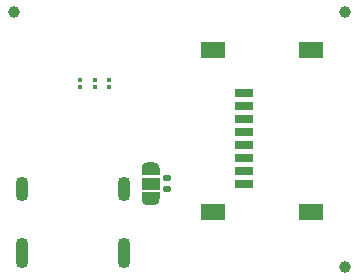
<source format=gbr>
G04 #@! TF.GenerationSoftware,KiCad,Pcbnew,5.99.0-unknown-r23941-4f651901*
G04 #@! TF.CreationDate,2020-11-30T00:39:07+01:00*
G04 #@! TF.ProjectId,sdrewire,73647265-7769-4726-952e-6b696361645f,rev?*
G04 #@! TF.SameCoordinates,PX70d1d60PY66b5f20*
G04 #@! TF.FileFunction,Soldermask,Bot*
G04 #@! TF.FilePolarity,Negative*
%FSLAX46Y46*%
G04 Gerber Fmt 4.6, Leading zero omitted, Abs format (unit mm)*
G04 Created by KiCad (PCBNEW 5.99.0-unknown-r23941-4f651901) date 2020-11-30 00:39:07*
%MOMM*%
%LPD*%
G01*
G04 APERTURE LIST*
G04 Aperture macros list*
%AMRoundRect*
0 Rectangle with rounded corners*
0 $1 Rounding radius*
0 $2 $3 $4 $5 $6 $7 $8 $9 X,Y pos of 4 corners*
0 Add a 4 corners polygon primitive as box body*
4,1,4,$2,$3,$4,$5,$6,$7,$8,$9,$2,$3,0*
0 Add four circle primitives for the rounded corners*
1,1,$1+$1,$2,$3,0*
1,1,$1+$1,$4,$5,0*
1,1,$1+$1,$6,$7,0*
1,1,$1+$1,$8,$9,0*
0 Add four rect primitives between the rounded corners*
20,1,$1+$1,$2,$3,$4,$5,0*
20,1,$1+$1,$4,$5,$6,$7,0*
20,1,$1+$1,$6,$7,$8,$9,0*
20,1,$1+$1,$8,$9,$2,$3,0*%
G04 Aperture macros list end*
%ADD10C,0.400000*%
%ADD11O,1.100000X2.600000*%
%ADD12O,1.100000X2.100000*%
%ADD13R,1.500000X1.000000*%
%ADD14C,1.000000*%
%ADD15RoundRect,0.140000X0.170000X-0.140000X0.170000X0.140000X-0.170000X0.140000X-0.170000X-0.140000X0*%
%ADD16R,1.500000X0.800000*%
%ADD17R,2.000000X1.450000*%
G04 APERTURE END LIST*
D10*
G04 #@! TO.C,U2*
X8980000Y16840000D03*
X6580000Y16840000D03*
X8980000Y16240000D03*
X7780000Y16240000D03*
X7780000Y16840000D03*
X6580000Y16240000D03*
G04 #@! TD*
D11*
G04 #@! TO.C,J1*
X10270000Y2260000D03*
X1630000Y2260000D03*
D12*
X1630000Y7620000D03*
X10270000Y7620000D03*
G04 #@! TD*
G04 #@! TO.C,JP1*
G36*
X13280000Y7350000D02*
G01*
X13280000Y6800000D01*
X13275033Y6800000D01*
X13273568Y6720059D01*
X13231293Y6584744D01*
X13152738Y6466734D01*
X13044219Y6375514D01*
X12914459Y6318419D01*
X12779999Y6300836D01*
X12779999Y6300000D01*
X12280000Y6300000D01*
X12280000Y6300836D01*
X12273891Y6300037D01*
X12133814Y6321848D01*
X12005489Y6382097D01*
X11899231Y6475941D01*
X11823583Y6595836D01*
X11784626Y6732143D01*
X11785041Y6800000D01*
X11780000Y6800000D01*
X11780000Y7350000D01*
X13280000Y7350000D01*
G37*
D13*
X12530000Y8100000D03*
G36*
X11785041Y9400000D02*
G01*
X11785492Y9473905D01*
X11826111Y9609726D01*
X11903218Y9728688D01*
X12010615Y9821226D01*
X12139668Y9879903D01*
X12280001Y9900000D01*
X12780000Y9900000D01*
X12792216Y9899851D01*
X12932017Y9876331D01*
X13059596Y9814518D01*
X13164700Y9719383D01*
X13238877Y9598573D01*
X13276166Y9461800D01*
X13275033Y9400000D01*
X13280000Y9400000D01*
X13280000Y8850000D01*
X11780000Y8850000D01*
X11780000Y9400000D01*
X11785041Y9400000D01*
G37*
G04 #@! TD*
D14*
G04 #@! TO.C,FID6*
X29000000Y22605000D03*
G04 #@! TD*
D15*
G04 #@! TO.C,C58*
X13880007Y7614011D03*
X13880007Y8574011D03*
G04 #@! TD*
D16*
G04 #@! TO.C,J3*
X20400000Y15730000D03*
X20400000Y14630000D03*
X20400000Y13530000D03*
X20400000Y12430000D03*
X20400000Y11330000D03*
X20400000Y10230000D03*
X20400000Y9130000D03*
X20400000Y8030000D03*
D17*
X17800000Y19405000D03*
X17800000Y5655000D03*
X26100000Y5655000D03*
X26100000Y19405000D03*
G04 #@! TD*
D14*
G04 #@! TO.C,FID3*
X29000000Y1005000D03*
G04 #@! TD*
G04 #@! TO.C,FID4*
X1000000Y22605000D03*
G04 #@! TD*
M02*

</source>
